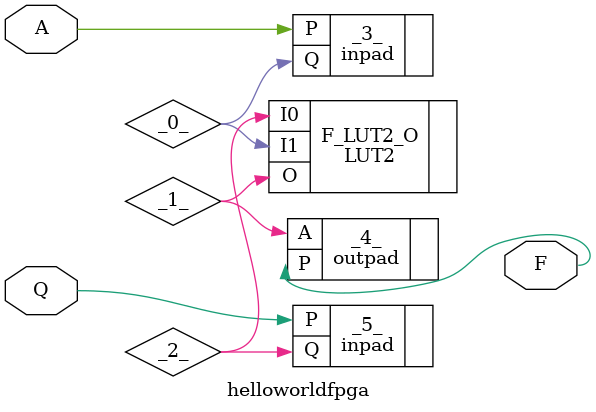
<source format=v>
/* Generated by Yosys 0.9+2406 (git sha1 ca763e6d5, gcc 10.2.1-6 -fPIC -Os) */

(* top =  1  *)
(* src = "/data/data/com.termux/files/home/fpga-examples/madhuassign/helloworldfpga.v:1.1-14.14" *)
module helloworldfpga(A, Q, F);
  wire _0_;
  wire _1_;
  wire _2_;
  (* src = "/data/data/com.termux/files/home/fpga-examples/madhuassign/helloworldfpga.v:3.17-3.18" *)
  input A;
  (* src = "/data/data/com.termux/files/home/fpga-examples/madhuassign/helloworldfpga.v:6.17-6.18" *)
  output F;
  (* src = "/data/data/com.termux/files/home/fpga-examples/madhuassign/helloworldfpga.v:4.17-4.18" *)
  input Q;
  (* keep = 32'd1 *)
  inpad #(
    .IO_LOC("X8Y3"),
    .IO_PAD("6"),
    .IO_TYPE("BIDIR")
  ) _3_ (
    .P(A),
    .Q(_0_)
  );
  (* keep = 32'd1 *)
  outpad #(
    .IO_LOC("X30Y32"),
    .IO_PAD("38"),
    .IO_TYPE("BIDIR")
  ) _4_ (
    .A(_1_),
    .P(F)
  );
  (* keep = 32'd1 *)
  inpad #(
    .IO_LOC("X12Y3"),
    .IO_PAD("3"),
    .IO_TYPE("BIDIR")
  ) _5_ (
    .P(Q),
    .Q(_2_)
  );
  (* module_not_derived = 32'd1 *)
  (* src = "/data/data/com.termux/files/home/symbiflow/bin/../share/yosys/quicklogic/pp3_lut_map.v:32.63-32.110" *)
  LUT2 #(
    .EQN("(~I0*~I1)+(I0*~I1)+(~I0*I1)"),
    .INIT(4'h7)
  ) F_LUT2_O (
    .I0(_2_),
    .I1(_0_),
    .O(_1_)
  );
endmodule

</source>
